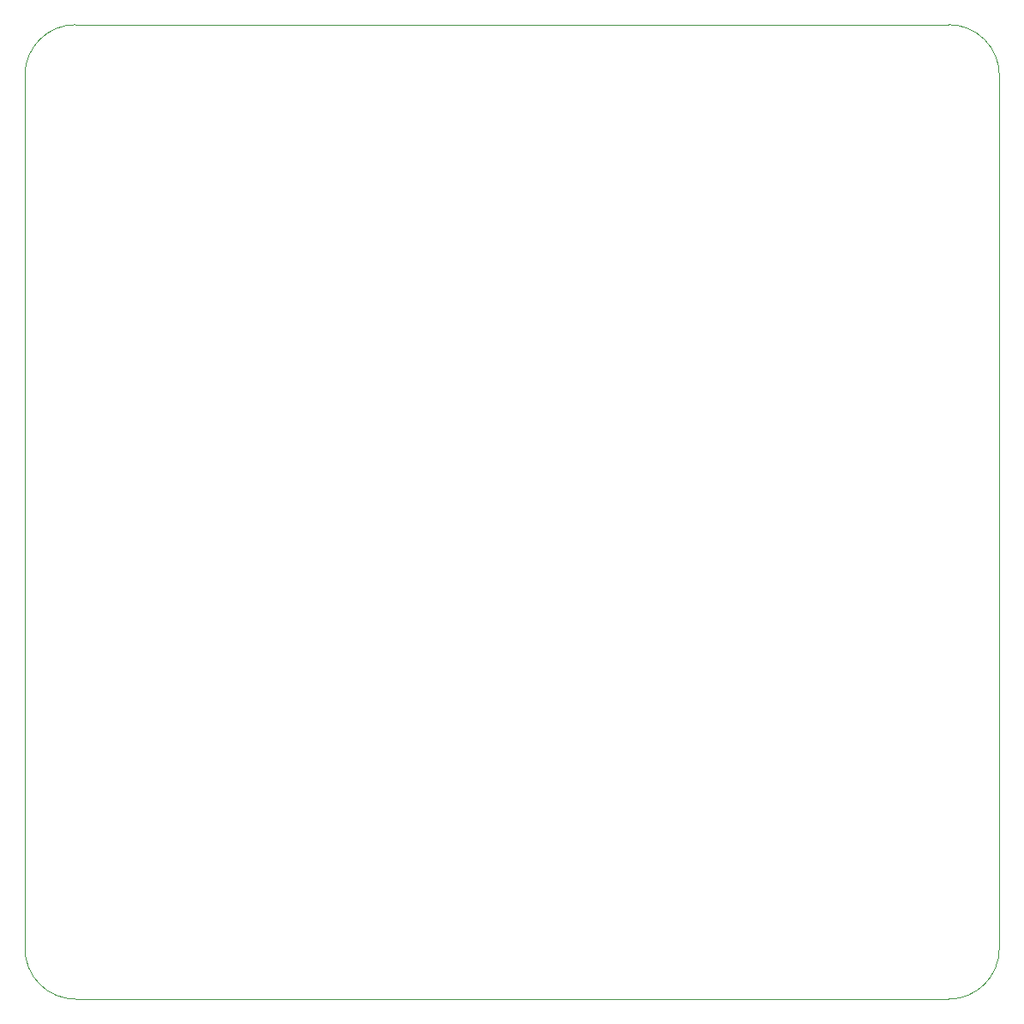
<source format=gbr>
%TF.GenerationSoftware,KiCad,Pcbnew,8.0.3*%
%TF.CreationDate,2024-06-18T00:53:01+07:00*%
%TF.ProjectId,Bandung_v1.0.0,42616e64-756e-4675-9f76-312e302e302e,rev?*%
%TF.SameCoordinates,Original*%
%TF.FileFunction,Profile,NP*%
%FSLAX46Y46*%
G04 Gerber Fmt 4.6, Leading zero omitted, Abs format (unit mm)*
G04 Created by KiCad (PCBNEW 8.0.3) date 2024-06-18 00:53:01*
%MOMM*%
%LPD*%
G01*
G04 APERTURE LIST*
%TA.AperFunction,Profile*%
%ADD10C,0.100000*%
%TD*%
G04 APERTURE END LIST*
D10*
X96200000Y-91200000D02*
X96200000Y-5000000D01*
X192400000Y-91200000D02*
G75*
G02*
X187400000Y-96200000I-5000000J0D01*
G01*
X187400000Y-96200000D02*
X101200000Y-96200000D01*
X101200000Y0D02*
X187400000Y0D01*
X192400000Y-5000000D02*
X192400000Y-91200000D01*
X187400000Y0D02*
G75*
G02*
X192400000Y-5000000I0J-5000000D01*
G01*
X101200000Y-96200000D02*
G75*
G02*
X96200000Y-91200000I0J5000000D01*
G01*
X96200000Y-5000000D02*
G75*
G02*
X101200000Y0I5000000J0D01*
G01*
M02*

</source>
